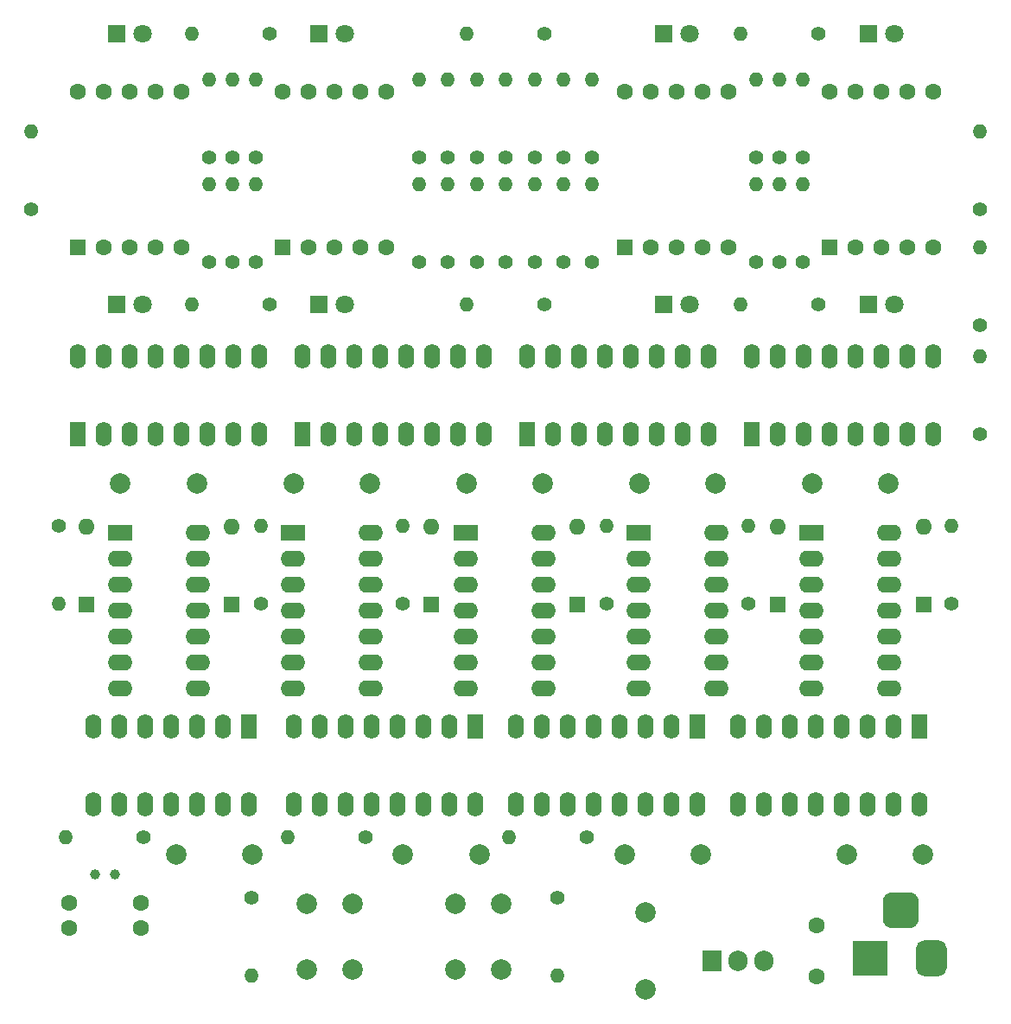
<source format=gbr>
%TF.GenerationSoftware,KiCad,Pcbnew,5.1.8-1.fc33*%
%TF.CreationDate,2020-11-27T02:34:12-03:00*%
%TF.ProjectId,Rel_gio,52656cf3-6769-46f2-9e6b-696361645f70,rev?*%
%TF.SameCoordinates,Original*%
%TF.FileFunction,Soldermask,Top*%
%TF.FilePolarity,Negative*%
%FSLAX46Y46*%
G04 Gerber Fmt 4.6, Leading zero omitted, Abs format (unit mm)*
G04 Created by KiCad (PCBNEW 5.1.8-1.fc33) date 2020-11-27 02:34:12*
%MOMM*%
%LPD*%
G01*
G04 APERTURE LIST*
%ADD10O,2.400000X1.600000*%
%ADD11R,2.400000X1.600000*%
%ADD12C,1.600000*%
%ADD13R,1.600000X1.600000*%
%ADD14O,1.400000X1.400000*%
%ADD15C,1.400000*%
%ADD16O,1.600000X2.400000*%
%ADD17R,1.600000X2.400000*%
%ADD18C,1.800000*%
%ADD19R,1.800000X1.800000*%
%ADD20C,2.000000*%
%ADD21O,1.905000X2.000000*%
%ADD22R,1.905000X2.000000*%
%ADD23C,1.000000*%
%ADD24R,3.500000X3.500000*%
%ADD25O,1.600000X1.600000*%
G04 APERTURE END LIST*
D10*
%TO.C,U7*%
X165682500Y-112500000D03*
X158062500Y-127740000D03*
X165682500Y-115040000D03*
X158062500Y-125200000D03*
X165682500Y-117580000D03*
X158062500Y-122660000D03*
X165682500Y-120120000D03*
X158062500Y-120120000D03*
X165682500Y-122660000D03*
X158062500Y-117580000D03*
X165682500Y-125200000D03*
X158062500Y-115040000D03*
X165682500Y-127740000D03*
D11*
X158062500Y-112500000D03*
%TD*%
D12*
%TO.C,U16*%
X113284000Y-84582000D03*
X110744000Y-84582000D03*
X108204000Y-84582000D03*
X105664000Y-84582000D03*
X113284000Y-69342000D03*
X110744000Y-69342000D03*
X108204000Y-69342000D03*
X105664000Y-69342000D03*
D13*
X103124000Y-84582000D03*
D12*
X103124000Y-69342000D03*
%TD*%
%TO.C,U18*%
X133350000Y-84582000D03*
X130810000Y-84582000D03*
X128270000Y-84582000D03*
X125730000Y-84582000D03*
X133350000Y-69342000D03*
X130810000Y-69342000D03*
X128270000Y-69342000D03*
X125730000Y-69342000D03*
D13*
X123190000Y-84582000D03*
D12*
X123190000Y-69342000D03*
%TD*%
%TO.C,U14*%
X186944000Y-84582000D03*
X184404000Y-84582000D03*
X181864000Y-84582000D03*
X179324000Y-84582000D03*
X186944000Y-69342000D03*
X184404000Y-69342000D03*
X181864000Y-69342000D03*
X179324000Y-69342000D03*
D13*
X176784000Y-84582000D03*
D12*
X176784000Y-69342000D03*
%TD*%
D14*
%TO.C,R15*%
X168021000Y-90170000D03*
D15*
X175641000Y-90170000D03*
%TD*%
D16*
%TO.C,U2*%
X119888000Y-139116000D03*
X104648000Y-131496000D03*
X117348000Y-139116000D03*
X107188000Y-131496000D03*
X114808000Y-139116000D03*
X109728000Y-131496000D03*
X112268000Y-139116000D03*
X112268000Y-131496000D03*
X109728000Y-139116000D03*
X114808000Y-131496000D03*
X107188000Y-139116000D03*
X117348000Y-131496000D03*
X104648000Y-139116000D03*
D17*
X119888000Y-131496000D03*
%TD*%
D16*
%TO.C,U4*%
X163846000Y-139116000D03*
X146066000Y-131496000D03*
X161306000Y-139116000D03*
X148606000Y-131496000D03*
X158766000Y-139116000D03*
X151146000Y-131496000D03*
X156226000Y-139116000D03*
X153686000Y-131496000D03*
X153686000Y-139116000D03*
X156226000Y-131496000D03*
X151146000Y-139116000D03*
X158766000Y-131496000D03*
X148606000Y-139116000D03*
X161306000Y-131496000D03*
X146066000Y-139116000D03*
D17*
X163846000Y-131496000D03*
%TD*%
D14*
%TO.C,R18*%
X114300000Y-63631000D03*
D15*
X121920000Y-63631000D03*
%TD*%
D14*
%TO.C,R16*%
X141226500Y-63631000D03*
D15*
X148846500Y-63631000D03*
%TD*%
D14*
%TO.C,R14*%
X168021000Y-63631000D03*
D15*
X175641000Y-63631000D03*
%TD*%
D14*
%TO.C,R12*%
X191516000Y-84582000D03*
D15*
X191516000Y-92202000D03*
%TD*%
D18*
%TO.C,D14*%
X109469000Y-90170000D03*
D19*
X106929000Y-90170000D03*
%TD*%
D18*
%TO.C,D13*%
X109469000Y-63631000D03*
D19*
X106929000Y-63631000D03*
%TD*%
D18*
%TO.C,D12*%
X129281000Y-90170000D03*
D19*
X126741000Y-90170000D03*
%TD*%
D18*
%TO.C,D11*%
X129281000Y-63631000D03*
D19*
X126741000Y-63631000D03*
%TD*%
D18*
%TO.C,D10*%
X163063000Y-90170000D03*
D19*
X160523000Y-90170000D03*
%TD*%
D18*
%TO.C,D9*%
X163063000Y-63631000D03*
D19*
X160523000Y-63631000D03*
%TD*%
D18*
%TO.C,D8*%
X183129000Y-90170000D03*
D19*
X180589000Y-90170000D03*
%TD*%
D18*
%TO.C,D7*%
X183129000Y-63631000D03*
D19*
X180589000Y-63631000D03*
%TD*%
D16*
%TO.C,U3*%
X142096000Y-139116000D03*
X124316000Y-131496000D03*
X139556000Y-139116000D03*
X126856000Y-131496000D03*
X137016000Y-139116000D03*
X129396000Y-131496000D03*
X134476000Y-139116000D03*
X131936000Y-131496000D03*
X131936000Y-139116000D03*
X134476000Y-131496000D03*
X129396000Y-139116000D03*
X137016000Y-131496000D03*
X126856000Y-139116000D03*
X139556000Y-131496000D03*
X124316000Y-139116000D03*
D17*
X142096000Y-131496000D03*
%TD*%
D14*
%TO.C,R4*%
X120142000Y-155884000D03*
D15*
X120142000Y-148264000D03*
%TD*%
D10*
%TO.C,U10*%
X114870000Y-112500000D03*
X107250000Y-127740000D03*
X114870000Y-115040000D03*
X107250000Y-125200000D03*
X114870000Y-117580000D03*
X107250000Y-122660000D03*
X114870000Y-120120000D03*
X107250000Y-120120000D03*
X114870000Y-122660000D03*
X107250000Y-117580000D03*
X114870000Y-125200000D03*
X107250000Y-115040000D03*
X114870000Y-127740000D03*
D11*
X107250000Y-112500000D03*
%TD*%
D20*
%TO.C,SW2*%
X140138000Y-148814000D03*
X144638000Y-148814000D03*
X140138000Y-155314000D03*
X144638000Y-155314000D03*
%TD*%
%TO.C,SW1*%
X125542000Y-148814000D03*
X130042000Y-148814000D03*
X125542000Y-155314000D03*
X130042000Y-155314000D03*
%TD*%
D21*
%TO.C,U1*%
X170330000Y-154419500D03*
X167790000Y-154419500D03*
D22*
X165250000Y-154419500D03*
%TD*%
D23*
%TO.C,Y1*%
X106716000Y-145968000D03*
X104816000Y-145968000D03*
%TD*%
D16*
%TO.C,U17*%
X125137333Y-95250000D03*
X142917333Y-102870000D03*
X127677333Y-95250000D03*
X140377333Y-102870000D03*
X130217333Y-95250000D03*
X137837333Y-102870000D03*
X132757333Y-95250000D03*
X135297333Y-102870000D03*
X135297333Y-95250000D03*
X132757333Y-102870000D03*
X137837333Y-95250000D03*
X130217333Y-102870000D03*
X140377333Y-95250000D03*
X127677333Y-102870000D03*
X142917333Y-95250000D03*
D17*
X125137333Y-102870000D03*
%TD*%
D16*
%TO.C,U13*%
X169164000Y-95250000D03*
X186944000Y-102870000D03*
X171704000Y-95250000D03*
X184404000Y-102870000D03*
X174244000Y-95250000D03*
X181864000Y-102870000D03*
X176784000Y-95250000D03*
X179324000Y-102870000D03*
X179324000Y-95250000D03*
X176784000Y-102870000D03*
X181864000Y-95250000D03*
X174244000Y-102870000D03*
X184404000Y-95250000D03*
X171704000Y-102870000D03*
X186944000Y-95250000D03*
D17*
X169164000Y-102870000D03*
%TD*%
D12*
%TO.C,U12*%
X166878000Y-84582000D03*
X164338000Y-84582000D03*
X161798000Y-84582000D03*
X159258000Y-84582000D03*
X166878000Y-69342000D03*
X164338000Y-69342000D03*
X161798000Y-69342000D03*
X159258000Y-69342000D03*
D13*
X156718000Y-84582000D03*
D12*
X156718000Y-69342000D03*
%TD*%
D16*
%TO.C,U15*%
X103124000Y-95250000D03*
X120904000Y-102870000D03*
X105664000Y-95250000D03*
X118364000Y-102870000D03*
X108204000Y-95250000D03*
X115824000Y-102870000D03*
X110744000Y-95250000D03*
X113284000Y-102870000D03*
X113284000Y-95250000D03*
X110744000Y-102870000D03*
X115824000Y-95250000D03*
X108204000Y-102870000D03*
X118364000Y-95250000D03*
X105664000Y-102870000D03*
X120904000Y-95250000D03*
D17*
X103124000Y-102870000D03*
%TD*%
D16*
%TO.C,U11*%
X147150666Y-95250000D03*
X164930666Y-102870000D03*
X149690666Y-95250000D03*
X162390666Y-102870000D03*
X152230666Y-95250000D03*
X159850666Y-102870000D03*
X154770666Y-95250000D03*
X157310666Y-102870000D03*
X157310666Y-95250000D03*
X154770666Y-102870000D03*
X159850666Y-95250000D03*
X152230666Y-102870000D03*
X162390666Y-95250000D03*
X149690666Y-102870000D03*
X164930666Y-95250000D03*
D17*
X147150666Y-102870000D03*
%TD*%
D10*
%TO.C,U6*%
X182620000Y-112500000D03*
X175000000Y-127740000D03*
X182620000Y-115040000D03*
X175000000Y-125200000D03*
X182620000Y-117580000D03*
X175000000Y-122660000D03*
X182620000Y-120120000D03*
X175000000Y-120120000D03*
X182620000Y-122660000D03*
X175000000Y-117580000D03*
X182620000Y-125200000D03*
X175000000Y-115040000D03*
X182620000Y-127740000D03*
D11*
X175000000Y-112500000D03*
%TD*%
D10*
%TO.C,U9*%
X148745000Y-112500000D03*
X141125000Y-127740000D03*
X148745000Y-115040000D03*
X141125000Y-125200000D03*
X148745000Y-117580000D03*
X141125000Y-122660000D03*
X148745000Y-120120000D03*
X141125000Y-120120000D03*
X148745000Y-122660000D03*
X141125000Y-117580000D03*
X148745000Y-125200000D03*
X141125000Y-115040000D03*
X148745000Y-127740000D03*
D11*
X141125000Y-112500000D03*
%TD*%
D10*
%TO.C,U8*%
X131807500Y-112500000D03*
X124187500Y-127740000D03*
X131807500Y-115040000D03*
X124187500Y-125200000D03*
X131807500Y-117580000D03*
X124187500Y-122660000D03*
X131807500Y-120120000D03*
X124187500Y-120120000D03*
X131807500Y-122660000D03*
X124187500Y-117580000D03*
X131807500Y-125200000D03*
X124187500Y-115040000D03*
X131807500Y-127740000D03*
D11*
X124187500Y-112500000D03*
%TD*%
D16*
%TO.C,U5*%
X185596000Y-139116000D03*
X167816000Y-131496000D03*
X183056000Y-139116000D03*
X170356000Y-131496000D03*
X180516000Y-139116000D03*
X172896000Y-131496000D03*
X177976000Y-139116000D03*
X175436000Y-131496000D03*
X175436000Y-139116000D03*
X177976000Y-131496000D03*
X172896000Y-139116000D03*
X180516000Y-131496000D03*
X170356000Y-139116000D03*
X183056000Y-131496000D03*
X167816000Y-139116000D03*
D17*
X185596000Y-131496000D03*
%TD*%
D14*
%TO.C,R47*%
X136548500Y-78387000D03*
D15*
X136548500Y-86007000D03*
%TD*%
D14*
%TO.C,R45*%
X136548500Y-68162000D03*
D15*
X136548500Y-75782000D03*
%TD*%
D14*
%TO.C,R43*%
X145034000Y-68162000D03*
D15*
X145034000Y-75782000D03*
%TD*%
D14*
%TO.C,R41*%
X142205500Y-78387000D03*
D15*
X142205500Y-86007000D03*
%TD*%
D14*
%TO.C,R39*%
X142205500Y-68162000D03*
D15*
X142205500Y-75782000D03*
%TD*%
D14*
%TO.C,R37*%
X139377000Y-78387000D03*
D15*
X139377000Y-86007000D03*
%TD*%
D14*
%TO.C,R35*%
X139377000Y-68162000D03*
D15*
X139377000Y-75782000D03*
%TD*%
D14*
%TO.C,R33*%
X169545000Y-78387000D03*
D15*
X169545000Y-86007000D03*
%TD*%
D14*
%TO.C,R31*%
X169539500Y-68162000D03*
D15*
X169539500Y-75782000D03*
%TD*%
D14*
%TO.C,R29*%
X191516000Y-73274500D03*
D15*
X191516000Y-80894500D03*
%TD*%
D14*
%TO.C,R27*%
X174122500Y-78387000D03*
D15*
X174122500Y-86007000D03*
%TD*%
D14*
%TO.C,R25*%
X174122500Y-68162000D03*
D15*
X174122500Y-75782000D03*
%TD*%
D14*
%TO.C,R23*%
X171831000Y-78387000D03*
D15*
X171831000Y-86007000D03*
%TD*%
D14*
%TO.C,R21*%
X171831000Y-68162000D03*
D15*
X171831000Y-75782000D03*
%TD*%
D14*
%TO.C,R19*%
X114300000Y-90170000D03*
D15*
X121920000Y-90170000D03*
%TD*%
D14*
%TO.C,R17*%
X141226500Y-90170000D03*
D15*
X148846500Y-90170000D03*
%TD*%
D14*
%TO.C,R13*%
X191516000Y-95250000D03*
D15*
X191516000Y-102870000D03*
%TD*%
D14*
%TO.C,R46*%
X115945500Y-68162000D03*
D15*
X115945500Y-75782000D03*
%TD*%
D14*
%TO.C,R44*%
X98552000Y-73274500D03*
D15*
X98552000Y-80894500D03*
%TD*%
D14*
%TO.C,R42*%
X120528500Y-78387000D03*
D15*
X120528500Y-86007000D03*
%TD*%
D14*
%TO.C,R40*%
X120528500Y-68162000D03*
D15*
X120528500Y-75782000D03*
%TD*%
D14*
%TO.C,R38*%
X118237000Y-78387000D03*
D15*
X118237000Y-86007000D03*
%TD*%
D14*
%TO.C,R36*%
X118237000Y-68162000D03*
D15*
X118237000Y-75782000D03*
%TD*%
D14*
%TO.C,R34*%
X115945500Y-78387000D03*
D15*
X115945500Y-86007000D03*
%TD*%
D14*
%TO.C,R32*%
X147862500Y-68162000D03*
D15*
X147862500Y-75782000D03*
%TD*%
D14*
%TO.C,R30*%
X145034000Y-78387000D03*
D15*
X145034000Y-86007000D03*
%TD*%
D14*
%TO.C,R28*%
X153519500Y-78387000D03*
D15*
X153519500Y-86007000D03*
%TD*%
D14*
%TO.C,R26*%
X153519500Y-68162000D03*
D15*
X153519500Y-75782000D03*
%TD*%
D14*
%TO.C,R24*%
X150691000Y-78387000D03*
D15*
X150691000Y-86007000D03*
%TD*%
D14*
%TO.C,R22*%
X150691000Y-68162000D03*
D15*
X150691000Y-75782000D03*
%TD*%
D14*
%TO.C,R20*%
X147862500Y-78387000D03*
D15*
X147862500Y-86007000D03*
%TD*%
D14*
%TO.C,R7*%
X188750000Y-111850000D03*
D15*
X188750000Y-119470000D03*
%TD*%
D14*
%TO.C,R6*%
X168808333Y-111850000D03*
D15*
X168808333Y-119470000D03*
%TD*%
D14*
%TO.C,R9*%
X154916666Y-111850000D03*
D15*
X154916666Y-119470000D03*
%TD*%
D14*
%TO.C,R11*%
X121041666Y-111850000D03*
D15*
X121041666Y-119470000D03*
%TD*%
D14*
%TO.C,R8*%
X134933333Y-111850000D03*
D15*
X134933333Y-119470000D03*
%TD*%
D14*
%TO.C,R10*%
X101250000Y-119470000D03*
D15*
X101250000Y-111850000D03*
%TD*%
D14*
%TO.C,R5*%
X150138000Y-155884000D03*
D15*
X150138000Y-148264000D03*
%TD*%
D14*
%TO.C,R3*%
X145396000Y-142296000D03*
D15*
X153016000Y-142296000D03*
%TD*%
D14*
%TO.C,R2*%
X123646000Y-142296000D03*
D15*
X131266000Y-142296000D03*
%TD*%
D14*
%TO.C,R1*%
X101956000Y-142296000D03*
D15*
X109576000Y-142296000D03*
%TD*%
%TO.C,J1*%
G36*
G01*
X185500000Y-148603000D02*
X185500000Y-150353000D01*
G75*
G02*
X184625000Y-151228000I-875000J0D01*
G01*
X182875000Y-151228000D01*
G75*
G02*
X182000000Y-150353000I0J875000D01*
G01*
X182000000Y-148603000D01*
G75*
G02*
X182875000Y-147728000I875000J0D01*
G01*
X184625000Y-147728000D01*
G75*
G02*
X185500000Y-148603000I0J-875000D01*
G01*
G37*
G36*
G01*
X188250000Y-153178000D02*
X188250000Y-155178000D01*
G75*
G02*
X187500000Y-155928000I-750000J0D01*
G01*
X186000000Y-155928000D01*
G75*
G02*
X185250000Y-155178000I0J750000D01*
G01*
X185250000Y-153178000D01*
G75*
G02*
X186000000Y-152428000I750000J0D01*
G01*
X187500000Y-152428000D01*
G75*
G02*
X188250000Y-153178000I0J-750000D01*
G01*
G37*
D24*
X180750000Y-154178000D03*
%TD*%
D25*
%TO.C,D2*%
X186000000Y-111950000D03*
D13*
X186000000Y-119570000D03*
%TD*%
D25*
%TO.C,D1*%
X171654166Y-111950000D03*
D13*
X171654166Y-119570000D03*
%TD*%
D25*
%TO.C,D4*%
X152070833Y-111950000D03*
D13*
X152070833Y-119570000D03*
%TD*%
D25*
%TO.C,D5*%
X118195833Y-111950000D03*
D13*
X118195833Y-119570000D03*
%TD*%
D25*
%TO.C,D3*%
X137779166Y-111950000D03*
D13*
X137779166Y-119570000D03*
%TD*%
D25*
%TO.C,D6*%
X104000000Y-111950000D03*
D13*
X104000000Y-119570000D03*
%TD*%
D20*
%TO.C,C13*%
X175050000Y-107660000D03*
X182550000Y-107660000D03*
%TD*%
%TO.C,C12*%
X158112500Y-107660000D03*
X165612500Y-107660000D03*
%TD*%
%TO.C,C11*%
X141175000Y-107660000D03*
X148675000Y-107660000D03*
%TD*%
%TO.C,C10*%
X124237500Y-107660000D03*
X131737500Y-107660000D03*
%TD*%
%TO.C,C9*%
X107300000Y-107660000D03*
X114800000Y-107660000D03*
%TD*%
%TO.C,C8*%
X178446000Y-143996000D03*
X185946000Y-143996000D03*
%TD*%
%TO.C,C7*%
X156696000Y-143996000D03*
X164196000Y-143996000D03*
%TD*%
%TO.C,C6*%
X134946000Y-143996000D03*
X142446000Y-143996000D03*
%TD*%
%TO.C,C5*%
X112738000Y-143996000D03*
X120238000Y-143996000D03*
%TD*%
D12*
%TO.C,C4*%
X109276000Y-151218000D03*
X109276000Y-148718000D03*
%TD*%
%TO.C,C3*%
X102256000Y-151218000D03*
X102256000Y-148718000D03*
%TD*%
D20*
%TO.C,C2*%
X158750000Y-149724500D03*
X158750000Y-157224500D03*
%TD*%
D12*
%TO.C,C1*%
X175500000Y-150974500D03*
X175500000Y-155974500D03*
%TD*%
M02*

</source>
